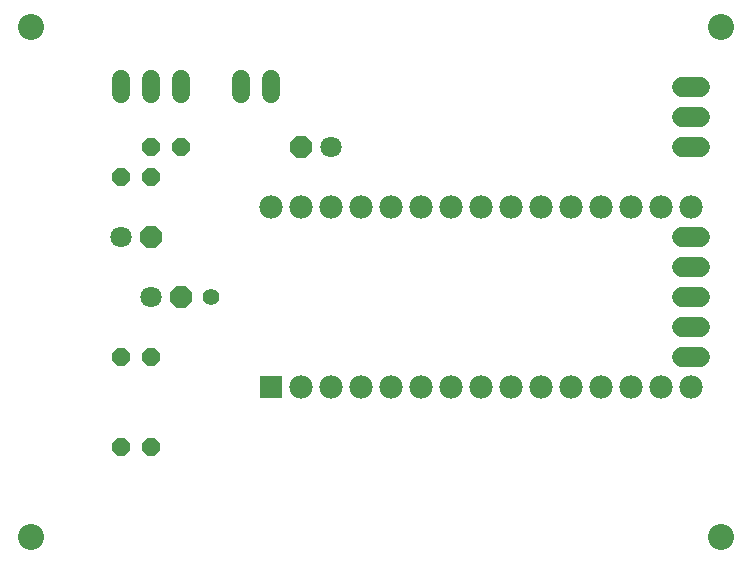
<source format=gbr>
G04 EAGLE Gerber RS-274X export*
G75*
%MOMM*%
%FSLAX34Y34*%
%LPD*%
%INSoldermask Top*%
%IPPOS*%
%AMOC8*
5,1,8,0,0,1.08239X$1,22.5*%
G01*
%ADD10C,2.203200*%
%ADD11C,1.524000*%
%ADD12P,1.951982X8X202.500000*%
%ADD13C,1.803400*%
%ADD14P,1.951982X8X22.500000*%
%ADD15P,1.649562X8X22.500000*%
%ADD16P,1.649562X8X292.500000*%
%ADD17R,1.981200X1.981200*%
%ADD18C,1.981200*%
%ADD19C,1.727200*%
%ADD20C,1.409600*%


D10*
X25400Y457200D03*
X25400Y25400D03*
X609600Y457200D03*
X609600Y25400D03*
D11*
X228600Y399862D02*
X228600Y413070D01*
X203200Y413070D02*
X203200Y399862D01*
X152400Y399862D02*
X152400Y413070D01*
X127000Y413070D02*
X127000Y399862D01*
X101600Y399862D02*
X101600Y413070D01*
D12*
X254000Y355534D03*
D13*
X279400Y355534D03*
D14*
X127000Y279466D03*
D13*
X101600Y279466D03*
D14*
X152400Y228534D03*
D13*
X127000Y228534D03*
D15*
X101666Y330200D03*
X127066Y330200D03*
X126934Y355600D03*
X152334Y355600D03*
D16*
X101666Y177800D03*
X101666Y101600D03*
X127000Y177734D03*
X127000Y101534D03*
D17*
X228600Y152400D03*
D18*
X254000Y152400D03*
X279400Y152400D03*
X304800Y152400D03*
X330200Y152400D03*
X355600Y152400D03*
X381000Y152400D03*
X406400Y152400D03*
X431800Y152400D03*
X457200Y152400D03*
X482600Y152400D03*
X508000Y152400D03*
X533400Y152400D03*
X558800Y152400D03*
X584200Y152400D03*
X228600Y304800D03*
X254000Y304800D03*
X279400Y304800D03*
X304800Y304800D03*
X330200Y304800D03*
X355600Y304800D03*
X381000Y304800D03*
X406400Y304800D03*
X431800Y304800D03*
X457200Y304800D03*
X482600Y304800D03*
X508000Y304800D03*
X533400Y304800D03*
X558800Y304800D03*
X584200Y304800D03*
D19*
X576580Y279400D02*
X591820Y279400D01*
X591820Y254000D02*
X576580Y254000D01*
X576580Y228600D02*
X591820Y228600D01*
X591820Y203200D02*
X576580Y203200D01*
X576580Y177800D02*
X591820Y177800D01*
X591820Y406400D02*
X576580Y406400D01*
X576580Y381000D02*
X591820Y381000D01*
X591820Y355600D02*
X576580Y355600D01*
D20*
X177800Y228600D03*
M02*

</source>
